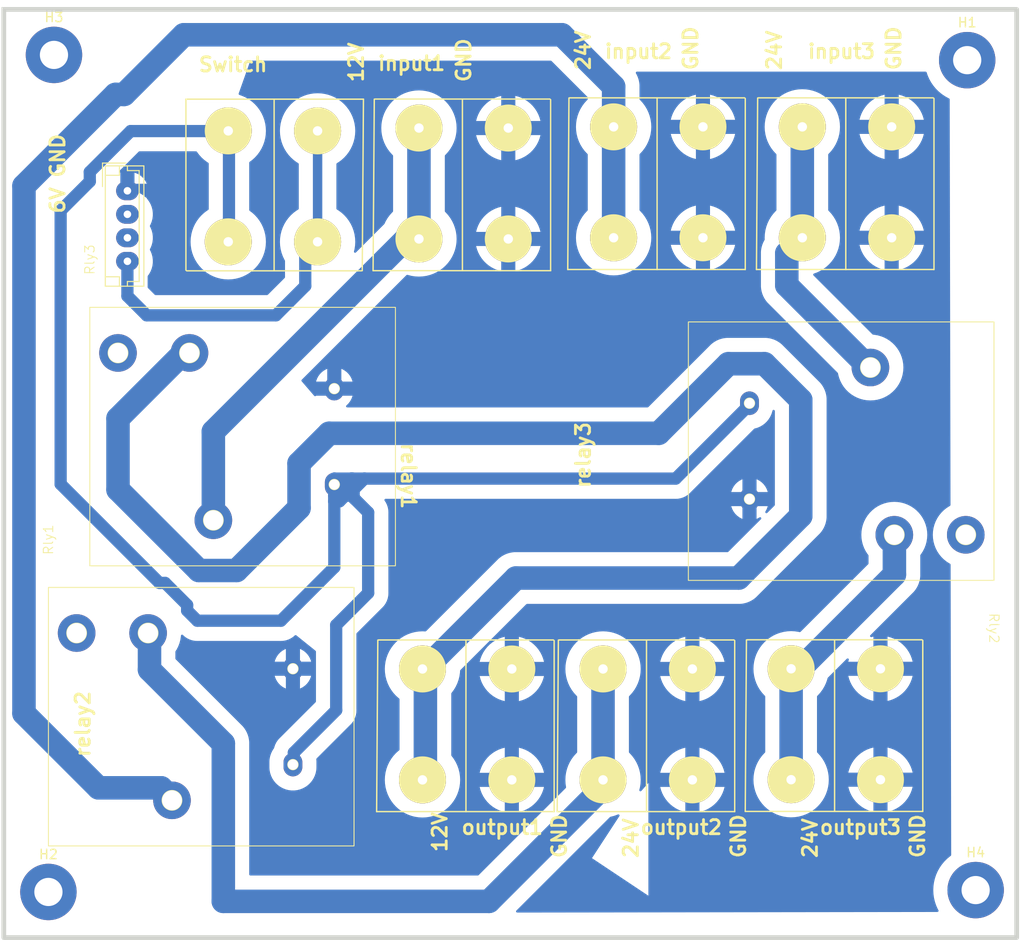
<source format=kicad_pcb>
(kicad_pcb (version 20221018) (generator pcbnew)
  (layers (0 "F.Cu" signal) (31 "B.Cu" signal) (34 "B.Paste" user) (35 "F.Paste" user) (36 "B.SilkS" user "B.Silkscreen") (37 "F.SilkS" user "F.Silkscreen") (38 "B.Mask" user) (39 "F.Mask" user) (44 "Edge.Cuts" user))
  (net 0 "")
  (net 2 "Net-(J1-Pin_4)")
  (net 4 "Net-(J2-Pin_1)")
  (net 5 "Net-(J3-Pin_1)")
  (net 6 "Net-(J5-Pin_1)")
  (net 7 "Net-(SW1-B)")
  (net 8 "GND")
  (net 9 "Net-(J4-Pin_1)")
  (net 11 "Net-(J6-Pin_1)")
  (net 13 "Net-(J7-Pin_1)")
  (footprint "MountingHole:MountingHole_3mm_Pad" (layer "F.Cu") (at 46.99 43.942)
    (fp_text reference "H3" (at 0 -4) (layer "F.SilkS"))
    (fp_text value "MountingHole" hide)
    (pad "1" thru_hole circle (at 0 0) (size 6 6) (drill 3) (layers "*.Cu" "*.Mask"))
  )
  (footprint "MountingHole:MountingHole_3mm_Pad" (layer "F.Cu") (at 145 132.8)
    (fp_text reference "H4" (at 0 -4) (layer "F.SilkS"))
    (fp_text value "MountingHole")
    (pad "1" thru_hole circle (at 0 0) (size 6 6) (drill 3) (layers "*.Cu" "*.Mask"))
  )
  (footprint "MY_LIB:HLS relay" (layer "F.Cu") (at 50.8 70.8 90)
    (fp_text reference "Rly3" (at 5.08 0 90 unlocked) (layer "F.SilkS") (effects (font (thickness 0.1))))
    (fp_text value "6V_Relay")
    (fp_rect (start 0 0) (end -27.5 32.5) (stroke (width 0.1)) (fill none) (layer "F.SilkS"))
    (fp_circle (center -22.65 13.14) (end -23.7 13.14) (stroke (width 0.1)) (fill none) (layer "F.SilkS"))
    (fp_circle (center -18.85 26) (end -19.4 26) (stroke (width 0.1)) (fill none) (layer "F.SilkS"))
    (fp_circle (center -8.65 26) (end -9.2 26) (stroke (width 0.1)) (fill none) (layer "F.SilkS"))
    (fp_circle (center -4.85 3) (end -5.9 3) (stroke (width 0.1)) (fill none) (layer "F.SilkS"))
    (fp_circle (center -4.85 10.6) (end -5.9 10.6) (stroke (width 0.1)) (fill none) (layer "F.SilkS"))
    (pad "1" thru_hole oval (at -8.65 26 90) (size 2.5 2) (drill 1.1) (layers "*.Cu" "*.Mask") (net 8 "GND"))
    (pad "2" thru_hole circle (at -22.65 13.14 90) (size 4 4) (drill 2.1) (layers "*.Cu" "*.Mask") (net 5 "Net-(J3-Pin_1)"))
    (pad "3" thru_hole circle (at -4.85 3 90) (size 4 4) (drill 2.1) (layers "*.Cu" "*.Mask"))
    (pad "4" thru_hole circle (at -4.85 10.6 90) (size 4 4) (drill 2.1) (layers "*.Cu" "*.Mask") (net 13 "Net-(J7-Pin_1)"))
    (pad "5" thru_hole oval (at -18.85 26 90) (size 2.5 2) (drill 1.1) (layers "*.Cu" "*.Mask") (net 7 "Net-(SW1-B)"))
  )
  (footprint "MY_LIB:Solar_Connector" (layer "F.Cu") (at 110 114.7)
    (fp_text reference "J6" hide)
    (fp_text value "Conn_01x02_Pin" hide)
    (fp_line (start -9.5 9.75) (end 9.3774 9.75) (stroke (width 0.15)) (layer "F.SilkS"))
    (fp_line (start -9.3726 -8.5) (end -9.5 9.75) (stroke (width 0.15)) (layer "F.SilkS"))
    (fp_line (start -9.2964 -8.513) (end 9.3 -8.513) (stroke (width 0.15)) (layer "F.SilkS"))
    (fp_line (start 0 9.75) (end 0 -8.5) (stroke (width 0.15)) (layer "F.SilkS"))
    (fp_line (start 9.3774 -8.45) (end 9.3774 9.75) (stroke (width 0.15)) (layer "F.SilkS"))
    (pad "1" thru_hole oval (at -4.6226 -5.4264 90) (size 5 5) (drill 1) (layers "*.Cu" "*.Mask" "F.SilkS") (net 11 "Net-(J6-Pin_1)"))
    (pad "1" thru_hole oval (at -4.6226 6.3736 90) (size 5 5) (drill 1) (layers "*.Cu" "*.Mask" "F.SilkS") (net 11 "Net-(J6-Pin_1)"))
    (pad "2" thru_hole oval (at 4.8774 -5.4264 90) (size 5 5) (drill 1) (layers "*.Cu" "*.Mask" "F.SilkS") (net 8 "GND"))
    (pad "2" thru_hole oval (at 4.8774 6.3736 90) (size 5 5) (drill 1) (layers "*.Cu" "*.Mask" "F.SilkS") (net 8 "GND"))
  )
  (footprint "MY_LIB:HLS relay" (layer "F.Cu") (at 146.95 99.85 -90)
    (fp_text reference "Rly2" (at 5.08 0 -90 unlocked) (layer "F.SilkS") (effects (font (thickness 0.1))))
    (fp_text value "6V_Relay")
    (fp_rect (start 0 0) (end -27.5 32.5) (stroke (width 0.1)) (fill none) (layer "F.SilkS"))
    (fp_circle (center -22.65 13.14) (end -23.7 13.14) (stroke (width 0.1)) (fill none) (layer "F.SilkS"))
    (fp_circle (center -18.85 26) (end -19.4 26) (stroke (width 0.1)) (fill none) (layer "F.SilkS"))
    (fp_circle (center -8.65 26) (end -9.2 26) (stroke (width 0.1)) (fill none) (layer "F.SilkS"))
    (fp_circle (center -4.85 3) (end -5.9 3) (stroke (width 0.1)) (fill none) (layer "F.SilkS"))
    (fp_circle (center -4.85 10.6) (end -5.9 10.6) (stroke (width 0.1)) (fill none) (layer "F.SilkS"))
    (pad "1" thru_hole oval (at -8.65 26 270) (size 2.5 2) (drill 1.1) (layers "*.Cu" "*.Mask") (net 8 "GND"))
    (pad "2" thru_hole circle (at -22.65 13.14 270) (size 4 4) (drill 2.1) (layers "*.Cu" "*.Mask") (net 6 "Net-(J5-Pin_1)"))
    (pad "3" thru_hole circle (at -4.85 3 270) (size 4 4) (drill 2.1) (layers "*.Cu" "*.Mask"))
    (pad "4" thru_hole circle (at -4.85 10.6 270) (size 4 4) (drill 2.1) (layers "*.Cu" "*.Mask") (net 9 "Net-(J4-Pin_1)"))
    (pad "5" thru_hole oval (at -18.85 26 270) (size 2.5 2) (drill 1.1) (layers "*.Cu" "*.Mask") (net 7 "Net-(SW1-B)"))
  )
  (footprint "MountingHole:MountingHole_3mm_Pad" (layer "F.Cu") (at 144.1 44.5)
    (fp_text reference "H1" (at 0 -4) (layer "F.SilkS"))
    (fp_text value "MountingHole")
    (pad "1" thru_hole circle (at 0 0) (size 6 6) (drill 3) (layers "*.Cu" "*.Mask"))
  )
  (footprint "MY_LIB:Solar_Connector" (layer "F.Cu") (at 70.4 58.4 180)
    (fp_text reference "SW1" hide)
    (fp_text value "SW_SPST" hide)
    (fp_line (start -9.5 9.75) (end 9.3774 9.75) (stroke (width 0.15)) (layer "F.SilkS"))
    (fp_line (start -9.3726 -8.5) (end -9.5 9.75) (stroke (width 0.15)) (layer "F.SilkS"))
    (fp_line (start -9.2964 -8.513) (end 9.3 -8.513) (stroke (width 0.15)) (layer "F.SilkS"))
    (fp_line (start 0 9.75) (end 0 -8.5) (stroke (width 0.15)) (layer "F.SilkS"))
    (fp_line (start 9.3774 -8.45) (end 9.3774 9.75) (stroke (width 0.15)) (layer "F.SilkS"))
    (pad "1" thru_hole oval (at -4.6226 -5.4264 270) (size 5 5) (drill 1) (layers "*.Cu" "*.Mask" "F.SilkS") (net 2 "Net-(J1-Pin_4)"))
    (pad "1" thru_hole oval (at -4.6226 6.3736 270) (size 5 5) (drill 1) (layers "*.Cu" "*.Mask" "F.SilkS") (net 2 "Net-(J1-Pin_4)"))
    (pad "2" thru_hole oval (at 4.8774 -5.4264 270) (size 5 5) (drill 1) (layers "*.Cu" "*.Mask" "F.SilkS") (net 7 "Net-(SW1-B)"))
    (pad "2" thru_hole oval (at 4.8774 6.3736 270) (size 5 5) (drill 1) (layers "*.Cu" "*.Mask" "F.SilkS") (net 7 "Net-(SW1-B)"))
  )
  (footprint "MY_LIB:Solar_Connector" (layer "F.Cu") (at 111.125 57.023)
    (fp_text reference "J2" hide)
    (fp_text value "Conn_01x02_Pin" hide)
    (fp_line (start -9.5 9.75) (end 9.3774 9.75) (stroke (width 0.15)) (layer "F.SilkS"))
    (fp_line (start -9.3726 -8.5) (end -9.5 9.75) (stroke (width 0.15)) (layer "F.SilkS"))
    (fp_line (start -9.2964 -8.513) (end 9.3 -8.513) (stroke (width 0.15)) (layer "F.SilkS"))
    (fp_line (start 0 9.75) (end 0 -8.5) (stroke (width 0.15)) (layer "F.SilkS"))
    (fp_line (start 9.3774 -8.45) (end 9.3774 9.75) (stroke (width 0.15)) (layer "F.SilkS"))
    (pad "1" thru_hole oval (at -4.6226 -5.4264 90) (size 5 5) (drill 1) (layers "*.Cu" "*.Mask" "F.SilkS") (net 4 "Net-(J2-Pin_1)"))
    (pad "1" thru_hole oval (at -4.6226 6.3736 90) (size 5 5) (drill 1) (layers "*.Cu" "*.Mask" "F.SilkS") (net 4 "Net-(J2-Pin_1)"))
    (pad "2" thru_hole oval (at 4.8774 -5.4264 90) (size 5 5) (drill 1) (layers "*.Cu" "*.Mask" "F.SilkS") (net 8 "GND"))
    (pad "2" thru_hole oval (at 4.8774 6.3736 90) (size 5 5) (drill 1) (layers "*.Cu" "*.Mask" "F.SilkS") (net 8 "GND"))
  )
  (footprint "MountingHole:MountingHole_3mm_Pad" (layer "F.Cu") (at 46.4 133)
    (fp_text reference "H2" (at 0 -4) (layer "F.SilkS"))
    (fp_text value "MountingHole")
    (pad "1" thru_hole circle (at 0 0) (size 6 6) (drill 3) (layers "*.Cu" "*.Mask"))
  )
  (footprint "MY_LIB:Solar_Connector" (layer "F.Cu") (at 130 114.6815)
    (fp_text reference "J4" hide)
    (fp_text value "Conn_01x02_Pin" hide)
    (fp_line (start -9.5 9.75) (end 9.3774 9.75) (stroke (width 0.15)) (layer "F.SilkS"))
    (fp_line (start -9.3726 -8.5) (end -9.5 9.75) (stroke (width 0.15)) (layer "F.SilkS"))
    (fp_line (start -9.2964 -8.513) (end 9.3 -8.513) (stroke (width 0.15)) (layer "F.SilkS"))
    (fp_line (start 0 9.75) (end 0 -8.5) (stroke (width 0.15)) (layer "F.SilkS"))
    (fp_line (start 9.3774 -8.45) (end 9.3774 9.75) (stroke (width 0.15)) (layer "F.SilkS"))
    (pad "1" thru_hole oval (at -4.6226 -5.4264 90) (size 5 5) (drill 1) (layers "*.Cu" "*.Mask" "F.SilkS") (net 9 "Net-(J4-Pin_1)"))
    (pad "1" thru_hole oval (at -4.6226 6.3736 90) (size 5 5) (drill 1) (layers "*.Cu" "*.Mask" "F.SilkS") (net 9 "Net-(J4-Pin_1)"))
    (pad "2" thru_hole oval (at 4.8774 -5.4264 90) (size 5 5) (drill 1) (layers "*.Cu" "*.Mask" "F.SilkS") (net 8 "GND"))
    (pad "2" thru_hole oval (at 4.8774 6.3736 90) (size 5 5) (drill 1) (layers "*.Cu" "*.Mask" "F.SilkS") (net 8 "GND"))
  )
  (footprint "MY_LIB:HLS relay" (layer "F.Cu") (at 46.4 100.6 90)
    (fp_text reference "Rly1" (at 5.08 0 90 unlocked) (layer "F.SilkS") (effects (font (thickness 0.1))))
    (fp_text value "6V_Relay")
    (fp_rect (start 0 0) (end -27.5 32.5) (stroke (width 0.1)) (fill none) (layer "F.SilkS"))
    (fp_circle (center -22.65 13.14) (end -23.7 13.14) (stroke (width 0.1)) (fill none) (layer "F.SilkS"))
    (fp_circle (center -18.85 26) (end -19.4 26) (stroke (width 0.1)) (fill none) (layer "F.SilkS"))
    (fp_circle (center -8.65 26) (end -9.2 26) (stroke (width 0.1)) (fill none) (layer "F.SilkS"))
    (fp_circle (center -4.85 3) (end -5.9 3) (stroke (width 0.1)) (fill none) (layer "F.SilkS"))
    (fp_circle (center -4.85 10.6) (end -5.9 10.6) (stroke (width 0.1)) (fill none) (layer "F.SilkS"))
    (pad "1" thru_hole oval (at -8.65 26 90) (size 2.5 2) (drill 1.1) (layers "*.Cu" "*.Mask") (net 8 "GND"))
    (pad "2" thru_hole circle (at -22.65 13.14 90) (size 4 4) (drill 2.1) (layers "*.Cu" "*.Mask") (net 4 "Net-(J2-Pin_1)"))
    (pad "3" thru_hole circle (at -4.85 3 90) (size 4 4) (drill 2.1) (layers "*.Cu" "*.Mask"))
    (pad "4" thru_hole circle (at -4.85 10.6 90) (size 4 4) (drill 2.1) (layers "*.Cu" "*.Mask") (net 11 "Net-(J6-Pin_1)"))
    (pad "5" thru_hole oval (at -18.85 26 90) (size 2.5 2) (drill 1.1) (layers "*.Cu" "*.Mask") (net 7 "Net-(SW1-B)"))
  )
  (footprint "MY_LIB:jst_4" (layer "F.Cu") (at 54.8 58.4 -90)
    (fp_text reference "J1" hide)
    (fp_text value "Conn_01x04" hide)
    (fp_line (start -2.95 0.15) (end -2.95 2.65) (stroke (width 0.12)) (layer "F.SilkS"))
    (fp_line (start -2.95 2.65) (end -0.45 2.65) (stroke (width 0.12)) (layer "F.SilkS"))
    (fp_line (start -2.65 -1.75) (end -2.65 2.35) (stroke (width 0.12)) (layer "F.SilkS"))
    (fp_line (start -2.65 0) (end -2.15 0) (stroke (width 0.12)) (layer "F.SilkS"))
    (fp_line (start -2.65 0.85) (end -1.65 0.85) (stroke (width 0.12)) (layer "F.SilkS"))
    (fp_line (start -2.65 2.35) (end 10.15 2.35) (stroke (width 0.12)) (layer "F.SilkS"))
    (fp_line (start -2.15 -1.25) (end 9.65 -1.25) (stroke (width 0.12)) (layer "F.SilkS"))
    (fp_line (start -2.15 0) (end -2.15 -1.25) (stroke (width 0.12)) (layer "F.SilkS"))
    (fp_line (start -1.65 0.85) (end -1.65 2.35) (stroke (width 0.12)) (layer "F.SilkS"))
    (fp_line (start 9.15 0.85) (end 9.15 2.35) (stroke (width 0.12)) (layer "F.SilkS"))
    (fp_line (start 9.65 -1.25) (end 9.65 0) (stroke (width 0.12)) (layer "F.SilkS"))
    (fp_line (start 9.65 0) (end 10.15 0) (stroke (width 0.12)) (layer "F.SilkS"))
    (fp_line (start 10.15 -1.75) (end -2.65 -1.75) (stroke (width 0.12)) (layer "F.SilkS"))
    (fp_line (start 10.15 0.85) (end 9.15 0.85) (stroke (width 0.12)) (layer "F.SilkS"))
    (fp_line (start 10.15 2.35) (end 10.15 -1.75) (stroke (width 0.12)) (layer "F.SilkS"))
    (pad "1" thru_hole oval (at 0 0 270) (size 2 2.4) (drill 0.8) (layers "*.Cu" "*.Mask") (net 8 "GND"))
    (pad "2" thru_hole oval (at 2.5 0 270) (size 2 2.4) (drill 0.8) (layers "*.Cu" "*.Mask"))
    (pad "3" thru_hole oval (at 5 0 270) (size 2 2.4) (drill 0.8) (layers "*.Cu" "*.Mask"))
    (pad "4" thru_hole oval (at 7.5 0 270) (size 2 2.4) (drill 0.8) (layers "*.Cu" "*.Mask") (net 2 "Net-(J1-Pin_4)"))
  )
  (footprint "MY_LIB:Solar_Connector" (layer "F.Cu") (at 90.8 114.7)
    (fp_text reference "J7" hide)
    (fp_text value "Conn_01x02_Pin" hide)
    (fp_line (start -9.5 9.75) (end 9.3774 9.75) (stroke (width 0.15)) (layer "F.SilkS"))
    (fp_line (start -9.3726 -8.5) (end -9.5 9.75) (stroke (width 0.15)) (layer "F.SilkS"))
    (fp_line (start -9.2964 -8.513) (end 9.3 -8.513) (stroke (width 0.15)) (layer "F.SilkS"))
    (fp_line (start 0 9.75) (end 0 -8.5) (stroke (width 0.15)) (layer "F.SilkS"))
    (fp_line (start 9.3774 -8.45) (end 9.3774 9.75) (stroke (width 0.15)) (layer "F.SilkS"))
    (pad "1" thru_hole oval (at -4.6226 -5.4264 90) (size 5 5) (drill 1) (layers "*.Cu" "*.Mask" "F.SilkS") (net 13 "Net-(J7-Pin_1)"))
    (pad "1" thru_hole oval (at -4.6226 6.3736 90) (size 5 5) (drill 1) (layers "*.Cu" "*.Mask" "F.SilkS") (net 13 "Net-(J7-Pin_1)"))
    (pad "2" thru_hole oval (at 4.8774 -5.4264 90) (size 5 5) (drill 1) (layers "*.Cu" "*.Mask" "F.SilkS") (net 8 "GND"))
    (pad "2" thru_hole oval (at 4.8774 6.3736 90) (size 5 5) (drill 1) (layers "*.Cu" "*.Mask" "F.SilkS") (net 8 "GND"))
  )
  (footprint "MY_LIB:Solar_Connector" (layer "F.Cu") (at 131.191 57.023)
    (fp_text reference "J5" hide)
    (fp_text value "Conn_01x02_Pin" hide)
    (fp_line (start -9.5 9.75) (end 9.3774 9.75) (stroke (width 0.15)) (layer "F.SilkS"))
    (fp_line (start -9.3726 -8.5) (end -9.5 9.75) (stroke (width 0.15)) (layer "F.SilkS"))
    (fp_line (start -9.2964 -8.513) (end 9.3 -8.513) (stroke (width 0.15)) (layer "F.SilkS"))
    (fp_line (start 0 9.75) (end 0 -8.5) (stroke (width 0.15)) (layer "F.SilkS"))
    (fp_line (start 9.3774 -8.45) (end 9.3774 9.75) (stroke (width 0.15)) (layer "F.SilkS"))
    (pad "1" thru_hole oval (at -4.6226 -5.4264 90) (size 5 5) (drill 1) (layers "*.Cu" "*.Mask" "F.SilkS") (net 6 "Net-(J5-Pin_1)"))
    (pad "1" thru_hole oval (at -4.6226 6.3736 90) (size 5 5) (drill 1) (layers "*.Cu" "*.Mask" "F.SilkS") (net 6 "Net-(J5-Pin_1)"))
    (pad "2" thru_hole oval (at 4.8774 -5.4264 90) (size 5 5) (drill 1) (layers "*.Cu" "*.Mask" "F.SilkS") (net 8 "GND"))
    (pad "2" thru_hole oval (at 4.8774 6.3736 90) (size 5 5) (drill 1) (layers "*.Cu" "*.Mask" "F.SilkS") (net 8 "GND"))
  )
  (footprint "MY_LIB:Solar_Connector" (layer "F.Cu") (at 90.424 57.15)
    (fp_text reference "J3" hide)
    (fp_text value "Conn_01x02_Pin" hide)
    (fp_line (start -9.5 9.75) (end 9.3774 9.75) (stroke (width 0.15)) (layer "F.SilkS"))
    (fp_line (start -9.3726 -8.5) (end -9.5 9.75) (stroke (width 0.15)) (layer "F.SilkS"))
    (fp_line (start -9.2964 -8.513) (end 9.3 -8.513) (stroke (width 0.15)) (layer "F.SilkS"))
    (fp_line (start 0 9.75) (end 0 -8.5) (stroke (width 0.15)) (layer "F.SilkS"))
    (fp_line (start 9.3774 -8.45) (end 9.3774 9.75) (stroke (width 0.15)) (layer "F.SilkS"))
    (pad "1" thru_hole oval (at -4.6226 -5.4264 90) (size 5 5) (drill 1) (layers "*.Cu" "*.Mask" "F.SilkS") (net 5 "Net-(J3-Pin_1)"))
    (pad "1" thru_hole oval (at -4.6226 6.3736 90) (size 5 5) (drill 1) (layers "*.Cu" "*.Mask" "F.SilkS") (net 5 "Net-(J3-Pin_1)"))
    (pad "2" thru_hole oval (at 4.8774 -5.4264 90) (size 5 5) (drill 1) (layers "*.Cu" "*.Mask" "F.SilkS") (net 8 "GND"))
    (pad "2" thru_hole oval (at 4.8774 6.3736 90) (size 5 5) (drill 1) (layers "*.Cu" "*.Mask" "F.SilkS") (net 8 "GND"))
  )
  (gr_rect (start 41.656 39.1) (end 149.363 137.852) (stroke (width 0.5)) (fill none) (layer "Edge.Cuts"))
  (gr_text "input3" (at 127 44.45) (layer "F.SilkS") (effects (font (size 1.5 1.5) (thickness 0.3) bold) (justify left bottom)))
  (gr_text "24V" (at 104.14 45.72 90) (layer "F.SilkS") (effects (font (size 1.5 1.5) (thickness 0.3) bold) (justify left bottom)))
  (gr_text "6V" (at 48.26 60.96 90) (layer "F.SilkS") (effects (font (size 1.5 1.5) (thickness 0.3) bold) (justify left bottom)))
  (gr_text "GND" (at 101.6 129.54 90) (layer "F.SilkS") (effects (font (size 1.5 1.5) (thickness 0.3) bold) (justify left bottom)))
  (gr_text "GND" (at 139.7 129.54 90) (layer "F.SilkS") (effects (font (size 1.5 1.5) (thickness 0.3) bold) (justify left bottom)))
  (gr_text "12V" (at 88.9 128.9 90) (layer "F.SilkS") (effects (font (size 1.5 1.5) (thickness 0.3) bold) (justify left bottom)))
  (gr_text "GND" (at 137.16 45.72 90) (layer "F.SilkS") (effects (font (size 1.5 1.5) (thickness 0.3) bold) (justify left bottom)))
  (gr_text "GND" (at 120.65 129.54 90) (layer "F.SilkS") (effects (font (size 1.5 1.5) (thickness 0.3) bold) (justify left bottom)))
  (gr_text "24V" (at 109.22 129.54 90) (layer "F.SilkS") (effects (font (size 1.5 1.5) (thickness 0.3) bold) (justify left bottom)))
  (gr_text "GND" (at 91.44 46.99 90) (layer "F.SilkS") (effects (font (size 1.5 1.5) (thickness 0.3) bold) (justify left bottom)))
  (gr_text "24V" (at 124.46 45.72 90) (layer "F.SilkS") (effects (font (size 1.5 1.5) (thickness 0.3) bold) (justify left bottom)))
  (gr_text "relay3" (at 104.14 90.17 90) (layer "F.SilkS") (effects (font (size 1.5 1.5) (thickness 0.3) bold) (justify left bottom)))
  (gr_text "Switch\n\n" (at 62.23 48.26) (layer "F.SilkS") (effects (font (size 1.5 1.5) (thickness 0.3) bold) (justify left bottom)))
  (gr_text "input2" (at 105.41 44.45) (layer "F.SilkS") (effects (font (size 1.5 1.5) (thickness 0.3) bold) (justify left bottom)))
  (gr_text "relay1" (at 83.82 85.09 270) (layer "F.SilkS") (effects (font (size 1.5 1.5) (thickness 0.3) bold) (justify left bottom)))
  (gr_text "24V\n" (at 128.27 129.54 90) (layer "F.SilkS") (effects (font (size 1.5 1.5) (thickness 0.3) bold) (justify left bottom)))
  (gr_text "GND" (at 48.26 57.15 90) (layer "F.SilkS") (effects (font (size 1.5 1.5) (thickness 0.3) bold) (justify left bottom)))
  (gr_text "input1" (at 81.28 45.72) (layer "F.SilkS") (effects (font (size 1.5 1.5) (thickness 0.3) bold) (justify left bottom)))
  (gr_text "output2" (at 109.22 127) (layer "F.SilkS") (effects (font (size 1.5 1.5) (thickness 0.3) bold) (justify left bottom)))
  (gr_text "12V" (at 80.01 46.99 90) (layer "F.SilkS") (effects (font (size 1.5 1.5) (thickness 0.3) bold) (justify left bottom)))
  (gr_text "GND" (at 115.57 45.72 90) (layer "F.SilkS") (effects (font (size 1.5 1.5) (thickness 0.3) bold) (justify left bottom)))
  (gr_text "output1" (at 90.17 127) (layer "F.SilkS") (effects (font (size 1.5 1.5) (thickness 0.3) bold) (justify left bottom)))
  (gr_text "output3" (at 128.27 127) (layer "F.SilkS") (effects (font (size 1.5 1.5) (thickness 0.3) bold) (justify left bottom)))
  (gr_text "relay2" (at 50.94 118.79 90) (layer "F.SilkS") (effects (font (size 1.5 1.5) (thickness 0.3) bold) (justify left bottom)))
  (segment (start 56.85 71.65) (end 70.59 71.65) (width 1.3) (layer "B.Cu") (net 2))
  (segment (start 54.8 69.6) (end 54.8 65.9) (width 1.3) (layer "B.Cu") (net 2))
  (segment (start 75.0226 52.0264) (end 75.0226 63.8264) (width 1) (layer "B.Cu") (net 2))
  (segment (start 73.7106 65.1384) (end 75.0226 63.8264) (width 1.3) (layer "B.Cu") (net 2))
  (segment (start 70.59 71.65) (end 73.7106 68.5294) (width 1.3) (layer "B.Cu") (net 2))
  (segment (start 56.85 71.65) (end 54.8 69.6) (width 1.3) (layer "B.Cu") (net 2))
  (segment (start 73.7106 68.5294) (end 73.7106 65.1384) (width 1.3) (layer "B.Cu") (net 2))
  (segment (start 43.8 114) (end 43.8 57.876762) (width 2.5) (layer "B.Cu") (net 4))
  (segment (start 106.5024 47.3024) (end 106.5024 51.5966) (width 2.5) (layer "B.Cu") (net 4))
  (segment (start 54.4496 48.1464) (end 60.796 41.8) (width 2.5) (layer "B.Cu") (net 4))
  (segment (start 59.64 123.17) (end 58.39 121.92) (width 2.5) (layer "B.Cu") (net 4))
  (segment (start 101 41.8) (end 106.5024 47.3024) (width 2.5) (layer "B.Cu") (net 4))
  (segment (start 43.8 57.876762) (end 53.530362 48.1464) (width 2.5) (layer "B.Cu") (net 4))
  (segment (start 53.530362 48.1464) (end 54.4496 48.1464) (width 2.5) (layer "B.Cu") (net 4))
  (segment (start 60.796 41.8) (end 101 41.8) (width 2.5) (layer "B.Cu") (net 4))
  (segment (start 58.39 121.92) (end 51.72 121.92) (width 2.5) (layer "B.Cu") (net 4))
  (segment (start 51.72 121.92) (end 43.8 114) (width 2.5) (layer "B.Cu") (net 4))
  (segment (start 106.5024 51.5966) (end 106.5024 63.3966) (width 2.5) (layer "B.Cu") (net 4))
  (segment (start 63.74 93.47) (end 63.94 93.27) (width 2.5) (layer "B.Cu") (net 5))
  (segment (start 63.94 84.011) (end 84.4274 63.5236) (width 2.5) (layer "B.Cu") (net 5))
  (segment (start 84.4274 63.5236) (end 85.8014 63.5236) (width 2.5) (layer "B.Cu") (net 5))
  (segment (start 85.8014 51.7236) (end 85.8014 63.5236) (width 2.5) (layer "B.Cu") (net 5))
  (segment (start 63.94 84.011) (end 63.94 93.45) (width 2.5) (layer "B.Cu") (net 5))
  (segment (start 124.9174 65.0476) (end 124.9174 68.4574) (width 2.5) (layer "B.Cu") (net 6))
  (segment (start 124.9174 68.4574) (end 133.82 77.36) (width 2.5) (layer "B.Cu") (net 6))
  (segment (start 126.5684 51.5966) (end 126.5684 63.3966) (width 2.5) (layer "B.Cu") (net 6))
  (segment (start 126.5684 63.3966) (end 124.9174 65.0476) (width 2.5) (layer "B.Cu") (net 6))
  (segment (start 78.86 91.08) (end 78.98 91.2) (width 1.3) (layer "B.Cu") (net 7))
  (segment (start 55.145794 52.0464) (end 65.4464 52.0464) (width 1.3) (layer "B.Cu") (net 7))
  (segment (start 47.7 60.506359) (end 47.7 89.61) (width 1.3) (layer "B.Cu") (net 7))
  (segment (start 65.4464 52.0464) (end 65.6 52.2) (width 1.3) (layer "B.Cu") (net 7))
  (segment (start 62.23 104.14) (end 71.12 104.14) (width 1.3) (layer "B.Cu") (net 7))
  (segment (start 76.8 89.02) (end 78.74 89.02) (width 1.3) (layer "B.Cu") (net 7))
  (segment (start 76.8 91.44) (end 76.8 89.02) (width 1.3) (layer "B.Cu") (net 7))
  (segment (start 47.7 89.61) (end 58.21 100.12) (width 1.3) (layer "B.Cu") (net 7))
  (segment (start 55.145794 52.0464) (end 50.8 56.392194) (width 1.3) (layer "B.Cu") (net 7))
  (segment (start 77 104.6) (end 77 113.67) (width 1.3) (layer "B.Cu") (net 7))
  (segment (start 78.86 90.17) (end 80.01 89.02) (width 1.3) (layer "B.Cu") (net 7))
  (segment (start 71.12 104.14) (end 76.8 98.46) (width 1.3) (layer "B.Cu") (net 7))
  (segment (start 77 113.67) (end 72.5 118.17) (width 1.3) (layer "B.Cu") (net 7))
  (segment (start 78.86 90.17) (end 78.86 91.08) (width 1.3) (layer "B.Cu") (net 7))
  (segment (start 80.4 101.2) (end 77 104.6) (width 1.3) (layer "B.Cu") (net 7))
  (segment (start 80.4 92.62) (end 80.4 101.2) (width 1.3) (layer "B.Cu") (net 7))
  (segment (start 78.62 90.17) (end 78.86 90.17) (width 1.3) (layer "B.Cu") (net 7))
  (segment (start 76.8 91.44) (end 76.8 90.84) (width 1.3) (layer "B.Cu") (net 7))
  (segment (start 78.98 91.2) (end 80.4 92.62) (width 1.3) (layer "B.Cu") (net 7))
  (segment (start 72.5 118.17) (end 72.5 119.37) (width 1.3) (layer "B.Cu") (net 7))
  (segment (start 113.1 89.02) (end 120.96 81.16) (width 1.3) (layer "B.Cu") (net 7))
  (segment (start 80.01 89.02) (end 113.1 89.02) (width 1.3) (layer "B.Cu") (net 7))
  (segment (start 77.35 91.44) (end 78.62 90.17) (width 1.3) (layer "B.Cu") (net 7))
  (segment (start 78.62 90.84) (end 76.8 90.84) (width 1.3) (layer "B.Cu") (net 7))
  (segment (start 65.6 52.2) (end 65.6 64) (width 1.3) (layer "B.Cu") (net 7))
  (segment (start 78.62 89.02) (end 78.62 90.17) (width 1.3) (layer "B.Cu") (net 7))
  (segment (start 77.71 89.93) (end 78.62 89.02) (width 1.3) (layer "B.Cu") (net 7))
  (segment (start 78.62 89.02) (end 78.74 89.02) (width 1.3) (layer "B.Cu") (net 7))
  (segment (start 77.71 89.93) (end 78.98 91.2) (width 1.3) (layer "B.Cu") (net 7))
  (segment (start 76.8 98.46) (end 76.8 91.44) (width 1.3) (layer "B.Cu") (net 7))
  (segment (start 76.8 91.44) (end 77.35 91.44) (width 1.3) (layer "B.Cu") (net 7))
  (segment (start 58.806855 100.12) (end 61.15 102.463145) (width 1.3) (layer "B.Cu") (net 7))
  (segment (start 50.8 56.392194) (end 50.8 57.406359) (width 1.3) (layer "B.Cu") (net 7))
  (segment (start 78.62 90.17) (end 78.62 90.84) (width 1.3) (layer "B.Cu") (net 7))
  (segment (start 61.15 103.06) (end 62.23 104.14) (width 1.3) (layer "B.Cu") (net 7))
  (segment (start 78.98 91.2) (end 78.62 90.84) (width 1.3) (layer "B.Cu") (net 7))
  (segment (start 76.8 89.02) (end 77.71 89.93) (width 1.3) (layer "B.Cu") (net 7))
  (segment (start 61.15 102.463145) (end 61.15 103.06) (width 1.3) (layer "B.Cu") (net 7))
  (segment (start 58.21 100.12) (end 58.806855 100.12) (width 1.3) (layer "B.Cu") (net 7))
  (segment (start 78.74 89.02) (end 80.01 89.02) (width 1.3) (layer "B.Cu") (net 7))
  (segment (start 50.8 57.406359) (end 47.7 60.506359) (width 1.3) (layer "B.Cu") (net 7))
  (segment (start 76.8 90.84) (end 77.71 89.93) (width 1.3) (layer "B.Cu") (net 7))
  (segment (start 125.3774 109.2551) (end 126.3387 109.2551) (width 2.5) (layer "B.Cu") (net 9))
  (segment (start 136.36 99.2338) (end 136.36 95.16) (width 2.5) (layer "B.Cu") (net 9))
  (segment (start 125.3774 109.2551) (end 125.3774 121.0551) (width 2.5) (layer "B.Cu") (net 9))
  (segment (start 126.3387 109.2551) (end 136.36 99.2338) (width 2.5) (layer "B.Cu") (net 9))
  (segment (start 105.3774 121.8736) (end 93.251 134) (width 2.5) (layer "B.Cu") (net 11))
  (segment (start 105.3774 109.2736) (end 105.3774 121.0736) (width 2.5) (layer "B.Cu") (net 11))
  (segment (start 57.15 105.42) (end 57.1 105.37) (width 2.5) (layer "B.Cu") (net 11))
  (segment (start 57.15 109.35) (end 57.15 105.42) (width 2.5) (layer "B.Cu") (net 11))
  (segment (start 65 117.2) (end 57.15 109.35) (width 2.5) (layer "B.Cu") (net 11))
  (segment (start 65 134) (end 65 117.2) (width 2.5) (layer "B.Cu") (net 11))
  (segment (start 105.3774 121.0736) (end 105.3774 121.8736) (width 2.5) (layer "B.Cu") (net 11))
  (segment (start 93.251 134) (end 65 134) (width 2.5) (layer "B.Cu") (net 11))
  (segment (start 96.107 99.6) (end 86.36 109.347) (width 2.5) (layer "B.Cu") (net 13))
  (segment (start 73.05 92.15) (end 73.05 87.396699) (width 2.5) (layer "B.Cu") (net 13))
  (segment (start 118.698349 76.8) (end 122.55165 76.8) (width 2.5) (layer "B.Cu") (net 13))
  (segment (start 66.4 98.8) (end 73.05 92.15) (width 2.5) (layer "B.Cu") (net 13))
  (segment (start 53.8 90.2) (end 62.4 98.8) (width 2.5) (layer "B.Cu") (net 13))
  (segment (start 73.05 87.396699) (end 76.246699 84.2) (width 2.5) (layer "B.Cu") (net 13))
  (segment (start 62.4 98.8) (end 66.4 98.8) (width 2.5) (layer "B.Cu") (net 13))
  (segment (start 126.4 93) (end 119.8 99.6) (width 2.5) (layer "B.Cu") (net 13))
  (segment (start 76.246699 84.2) (end 111.298349 84.2) (width 2.5) (layer "B.Cu") (net 13))
  (segment (start 111.298349 84.2) (end 118.698349 76.8) (width 2.5) (layer "B.Cu") (net 13))
  (segment (start 86.487 109.601) (end 86.487 121.666) (width 2.5) (layer "B.Cu") (net 13))
  (segment (start 126.4 80.64835) (end 126.4 93) (width 2.5) (layer "B.Cu") (net 13))
  (segment (start 60.75 75.67) (end 53.8 82.62) (width 2.5) (layer "B.Cu") (net 13))
  (segment (start 119.8 99.6) (end 96.107 99.6) (width 2.5) (layer "B.Cu") (net 13))
  (segment (start 61.2 75.67) (end 60.75 75.67) (width 2.5) (layer "B.Cu") (net 13))
  (segment (start 122.55165 76.8) (end 126.4 80.64835) (width 2.5) (layer "B.Cu") (net 13))
  (segment (start 53.8 82.62) (end 53.8 90.2) (width 2.5) (layer "B.Cu") (net 13))
  (zone (net 0) (net_name "") (layer "B.Cu") (connect_pads (clearance 0)) (min_thickness 0.25)
    (keepout (tracks allowed) (vias allowed) (pads allowed) (copperpour not_allowed) (footprints allowed))
    (fill (thermal_gap 0.5) (thermal_bridge_width 0.5))
    (polygon (pts (xy 110.2 121.4) (xy 110.2 133.4) (xy 104.2 129.4) (xy 107.2 124.8)))
  )
  (zone (net 0) (net_name "") (layer "B.Cu") (connect_pads (clearance 0)) (min_thickness 0.25)
    (keepout (tracks allowed) (vias allowed) (pads allowed) (copperpour not_allowed) (footprints allowed))
    (fill (thermal_gap 0.5) (thermal_bridge_width 0.5))
    (polygon (pts (xy 142.24 48.26) (xy 142.4 129.8) (xy 149.86 120.65) (xy 149.86 38.1)))
  )
  (zone (net 0) (net_name "") (layer "B.Cu") (connect_pads (clearance 0)) (min_thickness 0.25)
    (keepout (tracks allowed) (vias allowed) (pads allowed) (copperpour not_allowed) (footprints allowed))
    (fill (thermal_gap 0.5) (thermal_bridge_width 0.5))
    (polygon (pts (xy 71.4 104.6) (xy 76.5 108.7) (xy 79.4 101.6) (xy 76.2 99.8) (xy 72.9 103.1)))
  )
  (zone (net 0) (net_name "") (layer "B.Cu") (connect_pads (clearance 0)) (min_thickness 0.25)
    (keepout (tracks allowed) (vias allowed) (pads allowed) (copperpour not_allowed) (footprints allowed))
    (fill (thermal_gap 0.5) (thermal_bridge_width 0.5))
    (polygon (pts (xy 53.6 62) (xy 48 63.4) (xy 53.8 53.8)))
  )
  (zone (net 0) (net_name "") (layer "B.Cu") (connect_pads (clearance 0)) (min_thickness 0.25)
    (keepout (tracks allowed) (vias allowed) (pads allowed) (copperpour not_allowed) (footprints allowed))
    (fill (thermal_gap 0.5) (thermal_bridge_width 0.5))
    (polygon (pts (xy 67.818 44.704) (xy 66.421 48.641) (xy 61.595 47.117)))
  )
  (zone (net 8) (net_name "GND") (layer "B.Cu") (connect_pads (clearance 0)) (min_thickness 0.25) (fill yes (thermal_gap 1) (thermal_bridge_width 1.5) (smoothing fillet))
    (polygon (pts (xy 41.653 39.226) (xy 42.183 135.267) (xy 150.039 135.117) (xy 149.509 39.076)))
  )
  (zone (net 0) (net_name "") (layers "B.Cu" "Edge.Cuts") (connect_pads (clearance 0)) (min_thickness 0.25)
    (keepout (tracks allowed) (vias allowed) (pads allowed) (copperpour not_allowed) (footprints allowed))
    (fill (thermal_gap 1) (thermal_bridge_width 1.5))
    (polygon (pts (xy 106.92 41.59) (xy 106.5 48.2) (xy 106.426 45.72) (xy 113.03 45.72) (xy 149.5 45.72) (xy 149.363 39.1)))
  )
  (zone (net 0) (net_name "") (layers "B.Cu" "Edge.Cuts") (connect_pads (clearance 0)) (min_thickness 0.25)
    (keepout (tracks allowed) (vias allowed) (pads allowed) (copperpour not_allowed) (footprints allowed))
    (fill (thermal_gap 1) (thermal_bridge_width 1.5))
    (polygon (pts (xy 70.993 79.121) (xy 71.386 85.139) (xy 76.454 82.296) (xy 72.517 77.724)))
  )
)
</source>
